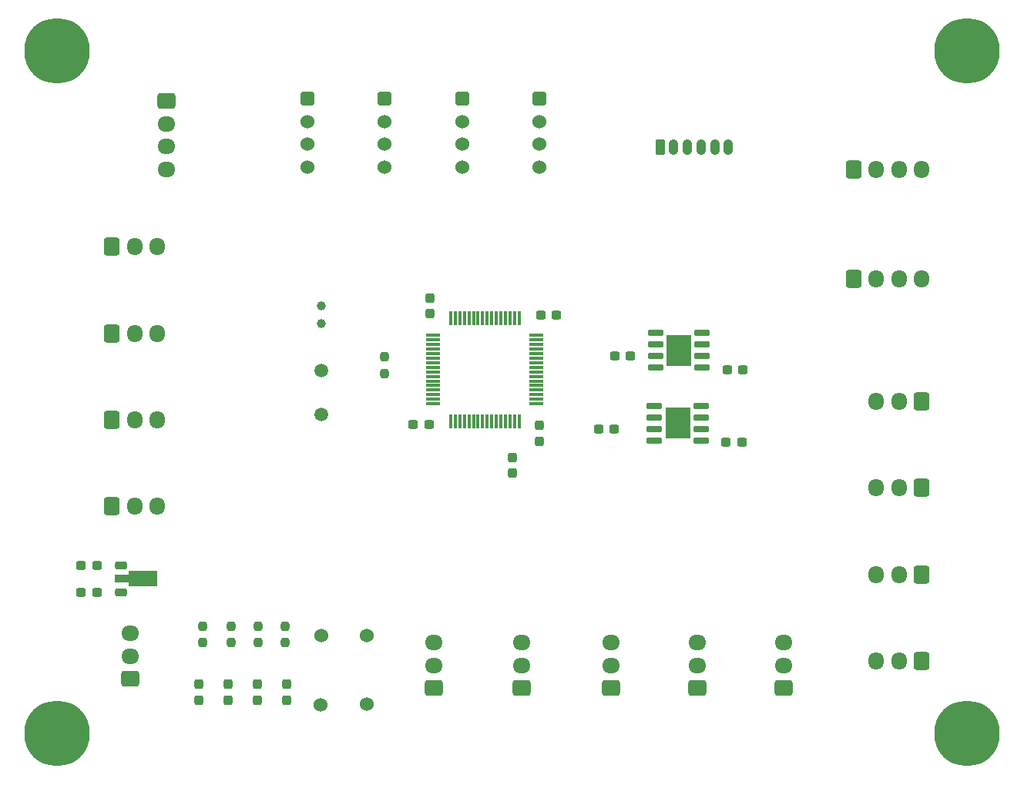
<source format=gts>
G04 #@! TF.GenerationSoftware,KiCad,Pcbnew,9.0.0*
G04 #@! TF.CreationDate,2025-03-31T20:11:42+09:00*
G04 #@! TF.ProjectId,circuit-sugoi-tsuyoi-machine,63697263-7569-4742-9d73-75676f692d74,rev?*
G04 #@! TF.SameCoordinates,Original*
G04 #@! TF.FileFunction,Soldermask,Top*
G04 #@! TF.FilePolarity,Negative*
%FSLAX46Y46*%
G04 Gerber Fmt 4.6, Leading zero omitted, Abs format (unit mm)*
G04 Created by KiCad (PCBNEW 9.0.0) date 2025-03-31 20:11:42*
%MOMM*%
%LPD*%
G01*
G04 APERTURE LIST*
G04 Aperture macros list*
%AMRoundRect*
0 Rectangle with rounded corners*
0 $1 Rounding radius*
0 $2 $3 $4 $5 $6 $7 $8 $9 X,Y pos of 4 corners*
0 Add a 4 corners polygon primitive as box body*
4,1,4,$2,$3,$4,$5,$6,$7,$8,$9,$2,$3,0*
0 Add four circle primitives for the rounded corners*
1,1,$1+$1,$2,$3*
1,1,$1+$1,$4,$5*
1,1,$1+$1,$6,$7*
1,1,$1+$1,$8,$9*
0 Add four rect primitives between the rounded corners*
20,1,$1+$1,$2,$3,$4,$5,0*
20,1,$1+$1,$4,$5,$6,$7,0*
20,1,$1+$1,$6,$7,$8,$9,0*
20,1,$1+$1,$8,$9,$2,$3,0*%
%AMFreePoly0*
4,1,9,3.862500,-0.866500,0.737500,-0.866500,0.737500,-0.450000,-0.737500,-0.450000,-0.737500,0.450000,0.737500,0.450000,0.737500,0.866500,3.862500,0.866500,3.862500,-0.866500,3.862500,-0.866500,$1*%
G04 Aperture macros list end*
%ADD10RoundRect,0.237500X-0.300000X-0.237500X0.300000X-0.237500X0.300000X0.237500X-0.300000X0.237500X0*%
%ADD11RoundRect,0.250000X-0.600000X-0.725000X0.600000X-0.725000X0.600000X0.725000X-0.600000X0.725000X0*%
%ADD12O,1.700000X1.950000*%
%ADD13RoundRect,0.250000X0.725000X-0.600000X0.725000X0.600000X-0.725000X0.600000X-0.725000X-0.600000X0*%
%ADD14O,1.950000X1.700000*%
%ADD15RoundRect,0.237500X-0.237500X0.300000X-0.237500X-0.300000X0.237500X-0.300000X0.237500X0.300000X0*%
%ADD16RoundRect,0.237500X-0.237500X0.250000X-0.237500X-0.250000X0.237500X-0.250000X0.237500X0.250000X0*%
%ADD17RoundRect,0.237500X0.300000X0.237500X-0.300000X0.237500X-0.300000X-0.237500X0.300000X-0.237500X0*%
%ADD18RoundRect,0.250000X0.600000X0.725000X-0.600000X0.725000X-0.600000X-0.725000X0.600000X-0.725000X0*%
%ADD19C,7.200000*%
%ADD20RoundRect,0.250000X-0.512000X0.512000X-0.512000X-0.512000X0.512000X-0.512000X0.512000X0.512000X0*%
%ADD21C,1.524000*%
%ADD22R,2.710000X3.400000*%
%ADD23RoundRect,0.150000X-0.737500X-0.150000X0.737500X-0.150000X0.737500X0.150000X-0.737500X0.150000X0*%
%ADD24C,1.000000*%
%ADD25RoundRect,0.250000X-0.725000X0.600000X-0.725000X-0.600000X0.725000X-0.600000X0.725000X0.600000X0*%
%ADD26RoundRect,0.075000X-0.700000X-0.075000X0.700000X-0.075000X0.700000X0.075000X-0.700000X0.075000X0*%
%ADD27RoundRect,0.075000X-0.075000X-0.700000X0.075000X-0.700000X0.075000X0.700000X-0.075000X0.700000X0*%
%ADD28RoundRect,0.250000X-0.265000X-0.615000X0.265000X-0.615000X0.265000X0.615000X-0.265000X0.615000X0*%
%ADD29O,1.030000X1.730000*%
%ADD30RoundRect,0.237500X0.237500X-0.300000X0.237500X0.300000X-0.237500X0.300000X-0.237500X-0.300000X0*%
%ADD31RoundRect,0.225000X-0.425000X-0.225000X0.425000X-0.225000X0.425000X0.225000X-0.425000X0.225000X0*%
%ADD32FreePoly0,0.000000*%
%ADD33RoundRect,0.237500X0.237500X-0.287500X0.237500X0.287500X-0.237500X0.287500X-0.237500X-0.287500X0*%
%ADD34C,1.500000*%
G04 APERTURE END LIST*
D10*
X144637500Y-86000000D03*
X146362500Y-86000000D03*
D11*
X97500000Y-88000000D03*
D12*
X100000000Y-88000000D03*
X102500000Y-88000000D03*
D13*
X142500000Y-127000000D03*
D14*
X142500000Y-124500000D03*
X142500000Y-122000000D03*
D15*
X141500000Y-101637500D03*
X141500000Y-103362500D03*
D16*
X107500000Y-120175000D03*
X107500000Y-122000000D03*
D17*
X95862500Y-113500000D03*
X94137500Y-113500000D03*
D18*
X186500000Y-105000000D03*
D12*
X184000000Y-105000000D03*
X181500000Y-105000000D03*
D17*
X95862500Y-116500000D03*
X94137500Y-116500000D03*
D19*
X191500000Y-132000000D03*
D20*
X127500000Y-62250000D03*
D21*
X127500000Y-64750000D03*
X127500000Y-67250000D03*
X127500000Y-69750000D03*
D19*
X91500000Y-57000000D03*
D13*
X171350000Y-127000000D03*
D14*
X171350000Y-124500000D03*
X171350000Y-122000000D03*
D11*
X97500000Y-107000000D03*
D12*
X100000000Y-107000000D03*
X102500000Y-107000000D03*
D17*
X152725000Y-98500000D03*
X151000000Y-98500000D03*
D22*
X159700000Y-97900000D03*
D23*
X157137500Y-95995000D03*
X157137500Y-97265000D03*
X157137500Y-98535000D03*
X157137500Y-99805000D03*
X162262500Y-99805000D03*
X162262500Y-98535000D03*
X162262500Y-97265000D03*
X162262500Y-95995000D03*
D24*
X120500000Y-86900000D03*
X120500000Y-85000000D03*
D25*
X103500000Y-62500000D03*
D14*
X103500000Y-65000000D03*
X103500000Y-67500000D03*
X103500000Y-70000000D03*
D15*
X144500000Y-98137500D03*
X144500000Y-99862500D03*
D10*
X165137500Y-92000000D03*
X166862500Y-92000000D03*
D19*
X191500000Y-57000000D03*
D22*
X159800000Y-89900000D03*
D23*
X157237500Y-87995000D03*
X157237500Y-89265000D03*
X157237500Y-90535000D03*
X157237500Y-91805000D03*
X162362500Y-91805000D03*
X162362500Y-90535000D03*
X162362500Y-89265000D03*
X162362500Y-87995000D03*
D20*
X119000000Y-62250000D03*
D21*
X119000000Y-64750000D03*
X119000000Y-67250000D03*
X119000000Y-69750000D03*
D18*
X186500000Y-95500000D03*
D12*
X184000000Y-95500000D03*
X181500000Y-95500000D03*
D26*
X132825000Y-88250000D03*
X132825000Y-88750000D03*
X132825000Y-89250000D03*
X132825000Y-89750000D03*
X132825000Y-90250000D03*
X132825000Y-90750000D03*
X132825000Y-91250000D03*
X132825000Y-91750000D03*
X132825000Y-92250000D03*
X132825000Y-92750000D03*
X132825000Y-93250000D03*
X132825000Y-93750000D03*
X132825000Y-94250000D03*
X132825000Y-94750000D03*
X132825000Y-95250000D03*
X132825000Y-95750000D03*
D27*
X134750000Y-97675000D03*
X135250000Y-97675000D03*
X135750000Y-97675000D03*
X136250000Y-97675000D03*
X136750000Y-97675000D03*
X137250000Y-97675000D03*
X137750000Y-97675000D03*
X138250000Y-97675000D03*
X138750000Y-97675000D03*
X139250000Y-97675000D03*
X139750000Y-97675000D03*
X140250000Y-97675000D03*
X140750000Y-97675000D03*
X141250000Y-97675000D03*
X141750000Y-97675000D03*
X142250000Y-97675000D03*
D26*
X144175000Y-95750000D03*
X144175000Y-95250000D03*
X144175000Y-94750000D03*
X144175000Y-94250000D03*
X144175000Y-93750000D03*
X144175000Y-93250000D03*
X144175000Y-92750000D03*
X144175000Y-92250000D03*
X144175000Y-91750000D03*
X144175000Y-91250000D03*
X144175000Y-90750000D03*
X144175000Y-90250000D03*
X144175000Y-89750000D03*
X144175000Y-89250000D03*
X144175000Y-88750000D03*
X144175000Y-88250000D03*
D27*
X142250000Y-86325000D03*
X141750000Y-86325000D03*
X141250000Y-86325000D03*
X140750000Y-86325000D03*
X140250000Y-86325000D03*
X139750000Y-86325000D03*
X139250000Y-86325000D03*
X138750000Y-86325000D03*
X138250000Y-86325000D03*
X137750000Y-86325000D03*
X137250000Y-86325000D03*
X136750000Y-86325000D03*
X136250000Y-86325000D03*
X135750000Y-86325000D03*
X135250000Y-86325000D03*
X134750000Y-86325000D03*
D13*
X99500000Y-126000000D03*
D14*
X99500000Y-123500000D03*
X99500000Y-121000000D03*
D19*
X91500000Y-132000000D03*
D11*
X179000000Y-70000000D03*
D12*
X181500000Y-70000000D03*
X184000000Y-70000000D03*
X186500000Y-70000000D03*
D28*
X157750000Y-67550000D03*
D29*
X159250000Y-67550000D03*
X160750000Y-67550000D03*
X162250000Y-67550000D03*
X163750000Y-67550000D03*
X165250000Y-67550000D03*
D17*
X154500000Y-90500000D03*
X152775000Y-90500000D03*
D13*
X152350000Y-127000000D03*
D14*
X152350000Y-124500000D03*
X152350000Y-122000000D03*
D11*
X179000000Y-82000000D03*
D12*
X181500000Y-82000000D03*
X184000000Y-82000000D03*
X186500000Y-82000000D03*
D21*
X125540000Y-121190000D03*
X125500000Y-128750000D03*
X120500000Y-121250000D03*
X120460000Y-128810000D03*
D13*
X161850000Y-127000000D03*
D14*
X161850000Y-124500000D03*
X161850000Y-122000000D03*
D30*
X132500000Y-85862500D03*
X132500000Y-84137500D03*
D11*
X97500000Y-78500000D03*
D12*
X100000000Y-78500000D03*
X102500000Y-78500000D03*
D31*
X98500000Y-113500000D03*
D32*
X98587500Y-115000000D03*
D31*
X98500000Y-116500000D03*
D11*
X97500000Y-97500000D03*
D12*
X100000000Y-97500000D03*
X102500000Y-97500000D03*
D33*
X113530000Y-128337500D03*
X113530000Y-126587500D03*
D10*
X165000000Y-100000000D03*
X166725000Y-100000000D03*
D16*
X113610000Y-120175000D03*
X113610000Y-122000000D03*
X110600000Y-120175000D03*
X110600000Y-122000000D03*
D17*
X132362500Y-98000000D03*
X130637500Y-98000000D03*
D18*
X186500000Y-124000000D03*
D12*
X184000000Y-124000000D03*
X181500000Y-124000000D03*
D13*
X132850000Y-127000000D03*
D14*
X132850000Y-124500000D03*
X132850000Y-122000000D03*
D16*
X116530000Y-120175000D03*
X116530000Y-122000000D03*
D34*
X120500000Y-96950000D03*
X120500000Y-92070000D03*
D33*
X107100000Y-128337500D03*
X107100000Y-126587500D03*
X116700000Y-128337500D03*
X116700000Y-126587500D03*
X110300000Y-128337500D03*
X110300000Y-126587500D03*
D20*
X136000000Y-62250000D03*
D21*
X136000000Y-64750000D03*
X136000000Y-67250000D03*
X136000000Y-69750000D03*
D20*
X144500000Y-62250000D03*
D21*
X144500000Y-64750000D03*
X144500000Y-67250000D03*
X144500000Y-69750000D03*
D16*
X127500000Y-90587500D03*
X127500000Y-92412500D03*
D18*
X186500000Y-114500000D03*
D12*
X184000000Y-114500000D03*
X181500000Y-114500000D03*
M02*

</source>
